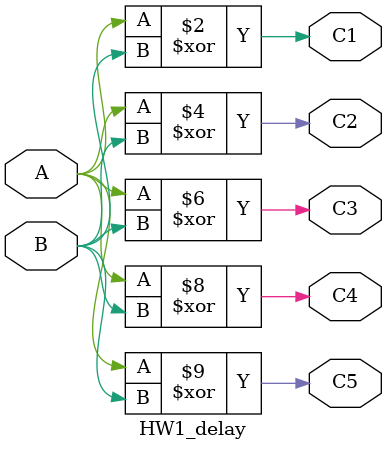
<source format=v>
`timescale 1ns / 1ps


module HW1_delay(
    C1, C2, C3, C4, C5, A, B
    );
    input A, B;
    output  C1, C2, C3, C4, C5;
    reg C1, C2, C3, C4;
    
    always @(A, B)
    begin
    #5 C1 <= A ^ B;
    end
    
    always @(A, B)
    begin
    #5 C2 = A ^ B;
    end
    
    always @(A, B)
    begin
    C3 <= #5 A ^ B;
    end
    
    always @(A, B)
    begin
    C4 = #5 A ^ B;
    end
    
    assign #5 C5 = A ^ B;

endmodule

</source>
